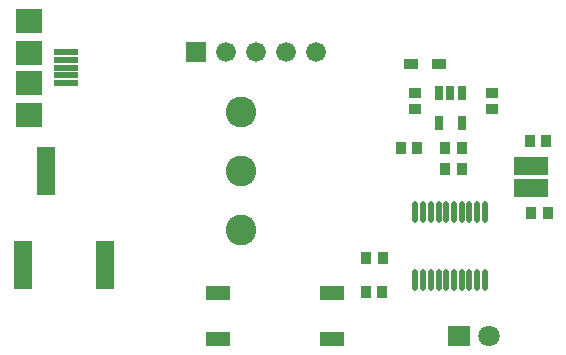
<source format=gts>
G04 Layer: TopSolderMaskLayer*
G04 EasyEDA v6.5.43, 2024-08-27 13:26:19*
G04 cb6e2e9fbd21486d88ae5690d2d3dc00,10*
G04 Gerber Generator version 0.2*
G04 Scale: 100 percent, Rotated: No, Reflected: No *
G04 Dimensions in millimeters *
G04 leading zeros omitted , absolute positions ,4 integer and 5 decimal *
%FSLAX45Y45*%
%MOMM*%

%AMMACRO1*4,1,8,-0.4211,-0.5009,-0.4509,-0.4709,-0.4509,0.4712,-0.4211,0.5009,0.4209,0.5009,0.4509,0.4712,0.4509,-0.4709,0.4209,-0.5009,-0.4211,-0.5009,0*%
%AMMACRO2*4,1,8,-0.4712,-0.4509,-0.5009,-0.4209,-0.5009,0.4211,-0.4712,0.4509,0.4709,0.4509,0.5009,0.4211,0.5009,-0.4209,0.4709,-0.4509,-0.4712,-0.4509,0*%
%AMMACRO3*4,1,8,-0.4712,-0.4508,-0.5009,-0.4209,-0.5009,0.4211,-0.4712,0.4508,0.4709,0.4508,0.5009,0.4211,0.5009,-0.4209,0.4709,-0.4508,-0.4712,-0.4508,0*%
%AMMACRO4*4,1,8,-0.5211,-0.4257,-0.5508,-0.3957,-0.5508,0.396,-0.5211,0.4257,0.5208,0.4257,0.5508,0.396,0.5508,-0.3957,0.5208,-0.4257,-0.5211,-0.4257,0*%
%AMMACRO5*4,1,8,-0.3211,-0.6008,-0.3508,-0.5709,-0.3508,0.5711,-0.3211,0.6008,0.3208,0.6008,0.3508,0.5711,0.3508,-0.5709,0.3208,-0.6008,-0.3211,-0.6008,0*%
%AMMACRO6*4,1,8,-1.3711,-0.8007,-1.4008,-0.7708,-1.4008,0.771,-1.3711,0.8007,1.3708,0.8007,1.4008,0.771,1.4008,-0.7708,1.3708,-0.8007,-1.3711,-0.8007,0*%
%AMMACRO7*4,1,8,-1.0211,-0.2758,-1.0508,-0.2459,-1.0508,0.2461,-1.0211,0.2758,1.0208,0.2758,1.0508,0.2461,1.0508,-0.2459,1.0208,-0.2758,-1.0211,-0.2758,0*%
%AMMACRO8*4,1,8,-1.0711,-1.0008,-1.1008,-0.9708,-1.1008,0.971,-1.0711,1.0008,1.0709,1.0008,1.1008,0.971,1.1008,-0.9708,1.0709,-1.0008,-1.0711,-1.0008,0*%
%AMMACRO9*4,1,8,-1.071,-1.0008,-1.1007,-0.9708,-1.1007,0.971,-1.071,1.0008,1.0707,1.0008,1.1007,0.971,1.1007,-0.9708,1.0707,-1.0008,-1.071,-1.0008,0*%
%AMMACRO10*4,1,8,-0.4211,-0.5009,-0.4508,-0.4709,-0.4508,0.4712,-0.4211,0.5009,0.4209,0.5009,0.4508,0.4712,0.4508,-0.4709,0.4209,-0.5009,-0.4211,-0.5009,0*%
%AMMACRO11*4,1,8,-0.4243,-0.4829,-0.454,-0.4529,-0.454,0.4531,-0.4243,0.4829,0.4241,0.4829,0.454,0.4531,0.454,-0.4529,0.4241,-0.4829,-0.4243,-0.4829,0*%
%AMMACRO12*4,1,8,-0.8085,-0.8382,-0.8382,-0.8082,-0.8382,0.8085,-0.8085,0.8382,0.8082,0.8382,0.8382,0.8085,0.8382,-0.8082,0.8082,-0.8382,-0.8085,-0.8382,0*%
%AMMACRO13*4,1,8,-0.871,-0.8382,-0.9007,-0.8082,-0.9007,0.8085,-0.871,0.8382,0.8707,0.8382,0.9007,0.8085,0.9007,-0.8082,0.8707,-0.8382,-0.871,-0.8382,0*%
%AMMACRO14*4,1,8,-0.7711,-2.0508,-0.8009,-2.0208,-0.8009,2.0211,-0.7711,2.0508,0.7709,2.0508,0.8009,2.0211,0.8009,-2.0208,0.7709,-2.0508,-0.7711,-2.0508,0*%
%AMMACRO15*4,1,8,-1.0211,-0.5508,-1.0508,-0.5208,-1.0508,0.5211,-1.0211,0.5508,1.0208,0.5508,1.0508,0.5211,1.0508,-0.5208,1.0208,-0.5508,-1.0211,-0.5508,0*%
%ADD10O,0.4656074X1.8436082*%
%ADD11MACRO1*%
%ADD12MACRO2*%
%ADD13MACRO3*%
%ADD14MACRO4*%
%ADD15MACRO5*%
%ADD16MACRO6*%
%ADD17MACRO7*%
%ADD18MACRO8*%
%ADD19MACRO9*%
%ADD20MACRO10*%
%ADD21MACRO11*%
%ADD22C,1.6764*%
%ADD23MACRO12*%
%ADD24MACRO13*%
%ADD25C,1.8016*%
%ADD26MACRO14*%
%ADD27MACRO15*%
%ADD28C,2.6016*%

%LPD*%
D10*
G01*
X4131792Y1301318D03*
G01*
X4066793Y1301318D03*
G01*
X4001795Y1301318D03*
G01*
X3936796Y1301318D03*
G01*
X3871772Y1301318D03*
G01*
X3806774Y1301318D03*
G01*
X3741775Y1301318D03*
G01*
X3676777Y1301318D03*
G01*
X3611778Y1301318D03*
G01*
X3546779Y1301318D03*
G01*
X4131792Y727125D03*
G01*
X4066793Y727125D03*
G01*
X4001795Y727125D03*
G01*
X3936796Y727125D03*
G01*
X3871772Y727125D03*
G01*
X3806774Y727125D03*
G01*
X3741775Y727125D03*
G01*
X3676777Y727125D03*
G01*
X3611778Y727125D03*
G01*
X3546779Y727125D03*
D11*
G01*
X3936796Y1663700D03*
G01*
X3796792Y1663700D03*
G01*
X3936796Y1841500D03*
G01*
X3796792Y1841500D03*
G01*
X4527397Y1295400D03*
G01*
X4667402Y1295400D03*
G01*
X4514697Y1905000D03*
G01*
X4654702Y1905000D03*
D12*
G01*
X3543300Y2314397D03*
D13*
G01*
X3543300Y2174392D03*
D12*
G01*
X4191000Y2314397D03*
D13*
G01*
X4191000Y2174392D03*
D11*
G01*
X3562502Y1841500D03*
G01*
X3422497Y1841500D03*
D14*
G01*
X3512299Y2552700D03*
G01*
X3746817Y2552700D03*
D15*
G01*
X3936796Y2054390D03*
G01*
X3746804Y2054390D03*
G01*
X3746804Y2314409D03*
G01*
X3841800Y2314409D03*
G01*
X3936796Y2314409D03*
D16*
G01*
X4521885Y1693430D03*
G01*
X4521885Y1503438D03*
D17*
G01*
X585317Y2394203D03*
G01*
X585317Y2459227D03*
G01*
X585317Y2524251D03*
G01*
X585317Y2589275D03*
G01*
X585317Y2654300D03*
D18*
G01*
X278307Y2124227D03*
G01*
X278307Y2924225D03*
D19*
G01*
X276771Y2645206D03*
D18*
G01*
X274802Y2393238D03*
D20*
G01*
X3124200Y622300D03*
D11*
G01*
X3264204Y622300D03*
D21*
G01*
X3275723Y914400D03*
G01*
X3125076Y914400D03*
D22*
G01*
X2705100Y2654300D03*
G01*
X2451100Y2654300D03*
G01*
X2197100Y2654300D03*
G01*
X1943100Y2654300D03*
D23*
G01*
X1689100Y2654300D03*
D24*
G01*
X3911600Y254000D03*
D25*
G01*
X4165600Y254000D03*
D26*
G01*
X223519Y850900D03*
G01*
X919480Y850900D03*
G01*
X421640Y1651000D03*
D27*
G01*
X2836163Y231000D03*
G01*
X1876171Y231000D03*
G01*
X2836163Y621017D03*
G01*
X1876171Y621017D03*
D28*
G01*
X2065527Y1651000D03*
G01*
X2065527Y1151128D03*
G01*
X2065527Y2151126D03*
M02*

</source>
